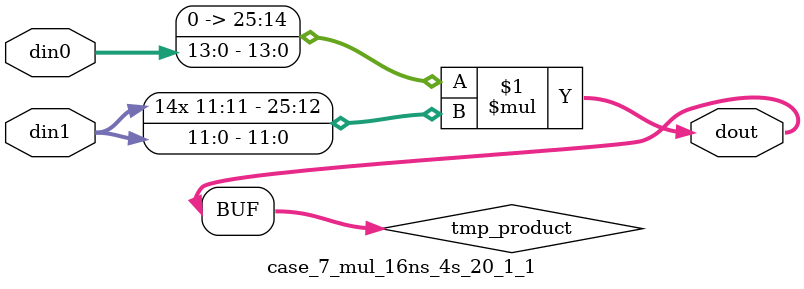
<source format=v>

`timescale 1 ns / 1 ps

 (* use_dsp = "no" *)  module case_7_mul_16ns_4s_20_1_1(din0, din1, dout);
parameter ID = 1;
parameter NUM_STAGE = 0;
parameter din0_WIDTH = 14;
parameter din1_WIDTH = 12;
parameter dout_WIDTH = 26;

input [din0_WIDTH - 1 : 0] din0; 
input [din1_WIDTH - 1 : 0] din1; 
output [dout_WIDTH - 1 : 0] dout;

wire signed [dout_WIDTH - 1 : 0] tmp_product;

























assign tmp_product = $signed({1'b0, din0}) * $signed(din1);










assign dout = tmp_product;





















endmodule

</source>
